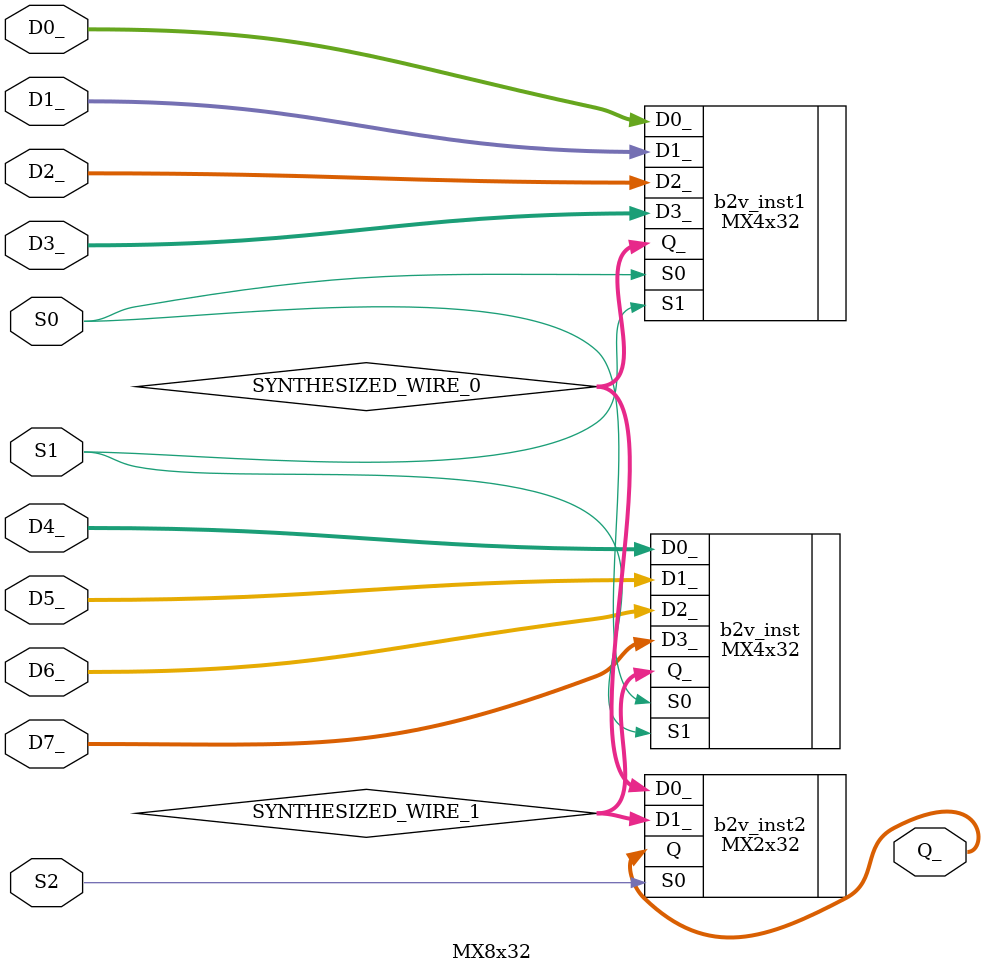
<source format=v>


module MX8x32(
	S1,
	S0,
	S2,
	D0_,
	D1_,
	D2_,
	D3_,
	D4_,
	D5_,
	D6_,
	D7_,
	Q_
);


input wire	S1;
input wire	S0;
input wire	S2;
input wire	[31:0] D0_;
input wire	[31:0] D1_;
input wire	[31:0] D2_;
input wire	[31:0] D3_;
input wire	[31:0] D4_;
input wire	[31:0] D5_;
input wire	[31:0] D6_;
input wire	[31:0] D7_;
output wire	[31:0] Q_;

wire	[31:0] SYNTHESIZED_WIRE_0;
wire	[31:0] SYNTHESIZED_WIRE_1;





MX4x32	b2v_inst(
	.S1(S1),
	.S0(S0),
	.D0_(D4_),
	.D1_(D5_),
	.D2_(D6_),
	.D3_(D7_),
	.Q_(SYNTHESIZED_WIRE_1));


MX4x32	b2v_inst1(
	.S1(S1),
	.S0(S0),
	.D0_(D0_),
	.D1_(D1_),
	.D2_(D2_),
	.D3_(D3_),
	.Q_(SYNTHESIZED_WIRE_0));


MX2x32	b2v_inst2(
	.S0(S2),
	.D0_(SYNTHESIZED_WIRE_0),
	.D1_(SYNTHESIZED_WIRE_1),
	.Q(Q_));


endmodule

</source>
